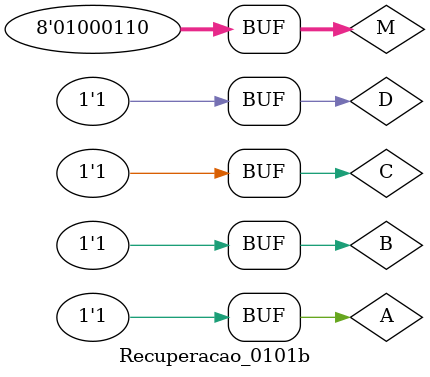
<source format=v>
/*
 Recuperacao_0101b.v - v0.0. - 30 / 10 / 2022
 Autor    : Gabriel Vargas Bento de Souza
 Matricula: 778023
 */

/* 
 Produto das Somas
              ___
F(A,B,C,D) =  | |   M (2,3,4,7,A,B,D,F)  = PoS(2,3,4,7,A,B,D,F)

*/

/**
 PoS(2,3,4,7,A,B,D,F)
 */
module PoS (output S,
            input  A, B, C, D);
   assign S = ( A |  B | ~C |  D)  // 2
            & ( A |  B | ~C | ~D)  // 3
            & ( A | ~B |  C |  D)  // 4
            & ( A | ~B | ~C | ~D)  // 7
            & (~A |  B | ~C |  D)  // A
            & (~A |  B | ~C | ~D)  // B
            & (~A | ~B |  C | ~D)  // D
            & (~A | ~B | ~C | ~D); // F
endmodule // SoP

/**
  Recuperacao_0101b.v
 */
module Recuperacao_0101b;
   reg  A, B, C, D;
   reg[7:0] M;
   wire S;
   
   // instancias
   PoS POS1 (S, A, B, C, D);
   
   // valores iniciais
   initial begin: start
      A=1'bx; B=1'bx; C=1'bx; D=1'bx;                      
   end

   // parte principal
   initial begin: main
       $display("Gabriel Vargas Bento de Souza - 778023");
       $display("Recuperacao_01");
       $display("\n01.b) PoS (0,1,5,6,8,9,C,E)\n");

       // monitoramento
       $display(" M  A  B  C  D  S");
       $monitor("%2c %2b %2b %2b %2b %2b", M, A,  B,  C,  D, S);

       // sinalizacao
          A=0; B=0; C=0; D=0; M="0";
       #1                D=1; M="1";
       #1           C=1; D=0; M="2";
       #1                D=1; M="3";
       #1      B=1; C=0; D=0; M="4";
       #1                D=1; M="5";
       #1           C=1; D=0; M="6";
       #1                D=1; M="7";
       #1 A=1; B=0; C=0; D=0; M="8";
       #1                D=1; M="9";
       #1           C=1; D=0; M="A";
       #1                D=1; M="B";
       #1      B=1; C=0; D=0; M="C";
       #1                D=1; M="D";
       #1           C=1; D=0; M="E";
       #1                D=1; M="F";
   end
endmodule // Recuperacao_0101b

/*
gabriel@desktop-ubuntu:~/Desktop/CC-PUC/2periodo/ARQ1/Tarefas/Recuperacao01$ vvp Recuperacao_0101b.vvp
Gabriel Vargas Bento de Souza - 778023
Recuperacao_01

01.b) PoS (0,1,5,6,8,9,C,E)

 M  A  B  C  D  S
 0  0  0  0  0  1
 1  0  0  0  1  1
 2  0  0  1  0  0
 3  0  0  1  1  0
 4  0  1  0  0  0
 5  0  1  0  1  1
 6  0  1  1  0  1
 7  0  1  1  1  0
 8  1  0  0  0  1
 9  1  0  0  1  1
 A  1  0  1  0  0
 B  1  0  1  1  0
 C  1  1  0  0  1
 D  1  1  0  1  0
 E  1  1  1  0  1
 F  1  1  1  1  0

*/
</source>
